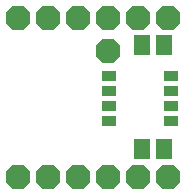
<source format=gts>
G75*
%MOIN*%
%OFA0B0*%
%FSLAX24Y24*%
%IPPOS*%
%LPD*%
%AMOC8*
5,1,8,0,0,1.08239X$1,22.5*
%
%ADD10R,0.0510X0.0360*%
%ADD11OC8,0.0820*%
%ADD12R,0.0572X0.0651*%
D10*
X004668Y003219D03*
X004668Y003719D03*
X004668Y004219D03*
X004668Y004719D03*
X006715Y004719D03*
X006715Y004219D03*
X006715Y003719D03*
X006715Y003219D03*
D11*
X001617Y001361D03*
X002617Y001361D03*
X003617Y001361D03*
X004617Y001361D03*
X005617Y001361D03*
X006617Y001361D03*
X004617Y005553D03*
X004617Y006676D03*
X005617Y006676D03*
X006617Y006676D03*
X003617Y006676D03*
X002617Y006676D03*
X001617Y006676D03*
D12*
X005748Y005766D03*
X006496Y005766D03*
X006496Y002296D03*
X005748Y002296D03*
M02*

</source>
